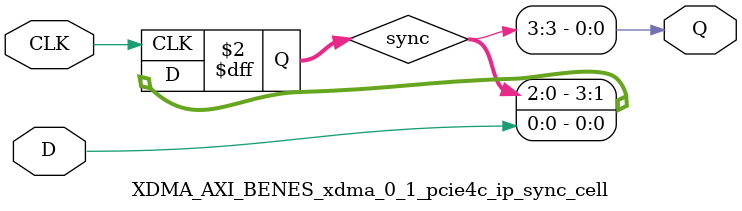
<source format=v>

`timescale 1ps / 1ps

(* DowngradeIPIdentifiedWarnings = "yes" *)
module XDMA_AXI_BENES_xdma_0_1_pcie4c_ip_sync_cell #
(
    parameter integer STAGE = 3
)
(
    //-------------------------------------------------------------------------- 
    //  Input Ports
    //-------------------------------------------------------------------------- 
    input                               CLK,
    input                               D,
    
    //-------------------------------------------------------------------------- 
    //  Output Ports
    //-------------------------------------------------------------------------- 
    output                              Q
);
    //-------------------------------------------------------------------------- 
    //  Synchronized Signals
    //--------------------------------------------------------------------------  
    (* ASYNC_REG = "TRUE", SHIFT_EXTRACT = "NO" *) reg [STAGE:0] sync;                                                            



//--------------------------------------------------------------------------------------------------
//  Synchronizier
//--------------------------------------------------------------------------------------------------
always @ (posedge CLK)
begin

    sync <= {sync[(STAGE-1):0], D};
            
end   



//--------------------------------------------------------------------------------------------------
//  Generate Output
//--------------------------------------------------------------------------------------------------
assign Q = sync[STAGE];



endmodule

</source>
